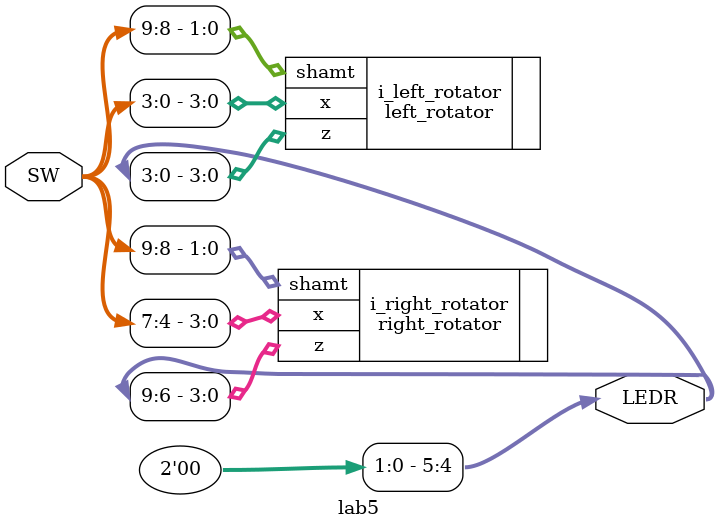
<source format=v>
module lab5
(
    input  [9:0] SW,
    output [9:0] LEDR
);

    //left rotator
    left_rotator #(.WIDTH(4)) i_left_rotator
    (
        .x    (SW  [3:0]),
        .shamt(SW  [9:8]),
        .z    (LEDR[3:0])
    );

    //right rotator
    right_rotator #(.WIDTH(4)) i_right_rotator
    (
        .x    (SW  [7:4]),
        .shamt(SW  [9:8]),
        .z    (LEDR[9:6])
    );
    
    assign LEDR[5:4] = 0;
endmodule
</source>
